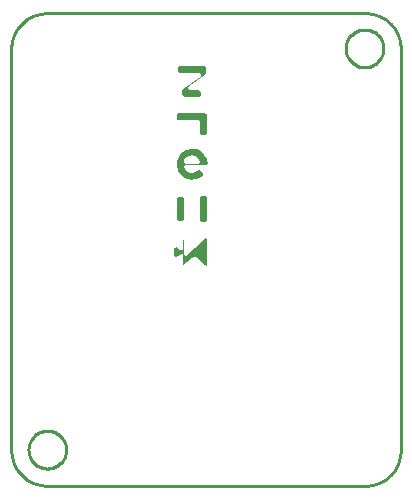
<source format=gbo>
G04 EAGLE Gerber RS-274X export*
G75*
%MOMM*%
%FSLAX34Y34*%
%LPD*%
%INSilk bottom*%
%IPPOS*%
%AMOC8*
5,1,8,0,0,1.08239X$1,22.5*%
G01*
%ADD10C,0.000000*%
%ADD11C,0.001000*%
%ADD12C,0.254000*%

G36*
X153007Y259155D02*
X153007Y259155D01*
X153009Y259152D01*
X155000Y259310D01*
X155004Y259314D01*
X155008Y259311D01*
X156951Y259773D01*
X156954Y259778D01*
X156958Y259776D01*
X158807Y260531D01*
X158810Y260536D01*
X158813Y260534D01*
X160524Y261565D01*
X160526Y261570D01*
X160530Y261569D01*
X162069Y262842D01*
X162077Y262876D01*
X162087Y262885D01*
X161906Y264610D01*
X161891Y264625D01*
X161893Y264638D01*
X160545Y266114D01*
X160536Y266115D01*
X160536Y266121D01*
X158958Y267175D01*
X158941Y267174D01*
X158937Y267180D01*
X158925Y267180D01*
X158916Y267173D01*
X158914Y267173D01*
X158905Y267176D01*
X157223Y266118D01*
X155435Y265258D01*
X153491Y264877D01*
X151516Y265020D01*
X149655Y265692D01*
X148042Y266840D01*
X146797Y268379D01*
X146020Y270183D01*
X146748Y271704D01*
X148713Y271747D01*
X164706Y271747D01*
X164722Y271759D01*
X164733Y271755D01*
X166186Y272716D01*
X166200Y272755D01*
X166207Y272763D01*
X165952Y274744D01*
X165948Y274748D01*
X165950Y274751D01*
X165405Y276673D01*
X165401Y276676D01*
X165403Y276680D01*
X164568Y278494D01*
X164563Y278497D01*
X164564Y278501D01*
X163461Y280166D01*
X163455Y280168D01*
X163456Y280172D01*
X162111Y281648D01*
X162105Y281649D01*
X162105Y281653D01*
X160550Y282906D01*
X160544Y282906D01*
X160544Y282911D01*
X158815Y283911D01*
X158809Y283910D01*
X158808Y283914D01*
X156946Y284636D01*
X156941Y284634D01*
X156939Y284638D01*
X154988Y285065D01*
X154983Y285063D01*
X154980Y285066D01*
X152987Y285190D01*
X152982Y285187D01*
X152979Y285190D01*
X150990Y285008D01*
X150986Y285004D01*
X150983Y285007D01*
X149046Y284520D01*
X149042Y284516D01*
X149039Y284518D01*
X147199Y283739D01*
X147197Y283734D01*
X147193Y283736D01*
X145494Y282685D01*
X145492Y282679D01*
X145488Y282680D01*
X143970Y281382D01*
X143969Y281377D01*
X143965Y281377D01*
X142664Y279862D01*
X142664Y279856D01*
X142660Y279855D01*
X141607Y278158D01*
X141608Y278152D01*
X141604Y278151D01*
X140825Y276312D01*
X140826Y276307D01*
X140823Y276305D01*
X140343Y274366D01*
X140345Y274361D01*
X140342Y274358D01*
X140172Y272368D01*
X140175Y272364D01*
X140172Y272361D01*
X140307Y270368D01*
X140311Y270364D01*
X140308Y270361D01*
X140746Y268412D01*
X140751Y268409D01*
X140749Y268405D01*
X141479Y266546D01*
X141484Y266543D01*
X141482Y266539D01*
X142487Y264814D01*
X142493Y264811D01*
X142492Y264807D01*
X143748Y263255D01*
X143754Y263254D01*
X143754Y263250D01*
X145233Y261907D01*
X145238Y261907D01*
X145238Y261903D01*
X146905Y260802D01*
X146911Y260802D01*
X146911Y260798D01*
X148726Y259964D01*
X148732Y259965D01*
X148733Y259961D01*
X150654Y259414D01*
X150659Y259416D01*
X150661Y259413D01*
X152643Y259165D01*
X152646Y259166D01*
X152648Y259164D01*
X153003Y259152D01*
X153007Y259155D01*
G37*
G36*
X165552Y186371D02*
X165552Y186371D01*
X165550Y186374D01*
X165553Y186375D01*
X166035Y188241D01*
X166034Y188245D01*
X166035Y188245D01*
X166032Y188250D01*
X166037Y188254D01*
X166037Y206355D01*
X166036Y206356D01*
X166037Y206357D01*
X165980Y208362D01*
X165956Y208392D01*
X165954Y208404D01*
X164361Y209279D01*
X164315Y209272D01*
X164306Y209275D01*
X162741Y208040D01*
X162740Y208038D01*
X162738Y208038D01*
X147862Y194544D01*
X146390Y195004D01*
X146351Y196977D01*
X146351Y207033D01*
X146351Y207034D01*
X146311Y209039D01*
X146301Y209052D01*
X146301Y209068D01*
X146289Y209068D01*
X146274Y209086D01*
X146252Y209068D01*
X146223Y209068D01*
X145416Y208008D01*
X145416Y207986D01*
X145406Y207979D01*
X145406Y199952D01*
X144224Y198646D01*
X142501Y199507D01*
X139203Y201803D01*
X139178Y201802D01*
X139161Y201802D01*
X139152Y201807D01*
X138165Y201295D01*
X138148Y201258D01*
X138139Y201251D01*
X138139Y195217D01*
X138149Y195203D01*
X138145Y195193D01*
X139043Y193579D01*
X139097Y193555D01*
X139099Y193558D01*
X139102Y193556D01*
X140918Y194178D01*
X140924Y194186D01*
X140930Y194184D01*
X144249Y196442D01*
X145406Y196732D01*
X145406Y186738D01*
X145413Y186729D01*
X145410Y186719D01*
X145423Y186715D01*
X145442Y186691D01*
X145462Y186706D01*
X145486Y186700D01*
X153288Y193045D01*
X154862Y194241D01*
X156566Y193583D01*
X163654Y186463D01*
X163678Y186460D01*
X163685Y186449D01*
X165502Y186338D01*
X165552Y186371D01*
G37*
G36*
X156940Y329040D02*
X156940Y329040D01*
X156941Y329040D01*
X158950Y329081D01*
X158968Y329096D01*
X158981Y329094D01*
X160435Y330357D01*
X160441Y330384D01*
X160452Y330391D01*
X160569Y332390D01*
X160562Y332400D01*
X160567Y332407D01*
X160021Y334277D01*
X159993Y334297D01*
X159989Y334310D01*
X158146Y334922D01*
X158135Y334918D01*
X158130Y334924D01*
X152100Y334924D01*
X150223Y335365D01*
X149537Y337108D01*
X150655Y338650D01*
X163803Y347920D01*
X163806Y347930D01*
X163813Y347930D01*
X165033Y349448D01*
X165033Y349459D01*
X165042Y349465D01*
X165036Y349473D01*
X165044Y349478D01*
X165085Y351487D01*
X165084Y351488D01*
X165085Y351488D01*
X165082Y353500D01*
X165070Y353515D01*
X165075Y353526D01*
X164064Y355169D01*
X164035Y355180D01*
X164028Y355192D01*
X162062Y355456D01*
X162058Y355454D01*
X162056Y355457D01*
X143948Y355457D01*
X143939Y355450D01*
X143933Y355454D01*
X142069Y354891D01*
X142049Y354863D01*
X142036Y354859D01*
X141422Y353015D01*
X141426Y353004D01*
X141420Y353000D01*
X141421Y350988D01*
X141432Y350973D01*
X141428Y350962D01*
X142420Y349308D01*
X142449Y349296D01*
X142455Y349284D01*
X144418Y349008D01*
X144422Y349011D01*
X144425Y349008D01*
X158497Y349008D01*
X160169Y348135D01*
X160303Y346265D01*
X158865Y344939D01*
X145712Y335666D01*
X145707Y335651D01*
X145697Y335649D01*
X144777Y333952D01*
X144780Y333935D01*
X144771Y333928D01*
X144771Y331916D01*
X144775Y331911D01*
X144772Y331908D01*
X145117Y329965D01*
X145140Y329943D01*
X145142Y329930D01*
X146857Y329045D01*
X146873Y329048D01*
X146880Y329040D01*
X156940Y329040D01*
X156940Y329040D01*
G37*
G36*
X163221Y296442D02*
X163221Y296442D01*
X163225Y296445D01*
X163228Y296443D01*
X165184Y296718D01*
X165212Y296746D01*
X165224Y296749D01*
X165893Y298544D01*
X165889Y298556D01*
X165896Y298562D01*
X165896Y312587D01*
X165890Y312595D01*
X165894Y312600D01*
X165350Y314484D01*
X165325Y314504D01*
X165321Y314517D01*
X163506Y315227D01*
X163493Y315223D01*
X163488Y315230D01*
X143452Y315238D01*
X143451Y315238D01*
X143450Y315238D01*
X141450Y315187D01*
X141430Y315170D01*
X141416Y315172D01*
X140089Y313833D01*
X140086Y313808D01*
X140075Y313801D01*
X139973Y311805D01*
X139981Y311794D01*
X139976Y311787D01*
X140596Y309933D01*
X140624Y309914D01*
X140629Y309902D01*
X142486Y309356D01*
X142495Y309360D01*
X142500Y309354D01*
X156522Y309354D01*
X158475Y309147D01*
X159473Y307573D01*
X159518Y305585D01*
X159518Y299575D01*
X159519Y299573D01*
X159518Y299572D01*
X159629Y297585D01*
X159649Y297562D01*
X159649Y297548D01*
X161189Y296440D01*
X161211Y296440D01*
X161218Y296430D01*
X163221Y296442D01*
G37*
G36*
X163884Y223530D02*
X163884Y223530D01*
X163893Y223526D01*
X165607Y224397D01*
X165621Y224425D01*
X165633Y224431D01*
X166036Y226342D01*
X166033Y226349D01*
X166037Y226352D01*
X166037Y242322D01*
X166031Y242330D01*
X166035Y242335D01*
X165537Y244212D01*
X165512Y244232D01*
X165508Y244245D01*
X163735Y244994D01*
X163727Y244992D01*
X163726Y244993D01*
X163719Y244993D01*
X163715Y244998D01*
X161719Y244998D01*
X161713Y244993D01*
X161710Y244993D01*
X161704Y244989D01*
X161697Y244993D01*
X159983Y244121D01*
X159969Y244093D01*
X159957Y244087D01*
X159554Y242177D01*
X159557Y242170D01*
X159553Y242166D01*
X159553Y226196D01*
X159559Y226189D01*
X159555Y226184D01*
X160054Y224306D01*
X160079Y224286D01*
X160082Y224273D01*
X161856Y223524D01*
X161869Y223528D01*
X161875Y223520D01*
X163871Y223520D01*
X163884Y223530D01*
G37*
G36*
X144304Y224201D02*
X144304Y224201D01*
X144314Y224196D01*
X146049Y225098D01*
X146063Y225126D01*
X146075Y225132D01*
X146456Y227087D01*
X146453Y227093D01*
X146457Y227096D01*
X146457Y241329D01*
X146453Y241334D01*
X146456Y241338D01*
X146108Y243303D01*
X146085Y243323D01*
X146083Y243337D01*
X144373Y244285D01*
X144362Y244284D01*
X144361Y244285D01*
X144354Y244285D01*
X144349Y244292D01*
X142316Y244292D01*
X142305Y244285D01*
X142301Y244285D01*
X142300Y244284D01*
X142293Y244287D01*
X140557Y243385D01*
X140544Y243357D01*
X140532Y243351D01*
X140151Y241396D01*
X140152Y241393D01*
X140151Y241392D01*
X140153Y241390D01*
X140150Y241387D01*
X140150Y227154D01*
X140154Y227149D01*
X140150Y227145D01*
X140499Y225181D01*
X140522Y225160D01*
X140524Y225146D01*
X142234Y224198D01*
X142251Y224200D01*
X142258Y224191D01*
X144291Y224191D01*
X144304Y224201D01*
G37*
%LPC*%
G36*
X147616Y272657D02*
X147616Y272657D01*
X146030Y273463D01*
X146392Y275340D01*
X147455Y277007D01*
X148930Y278327D01*
X150705Y279203D01*
X152650Y279568D01*
X154622Y279397D01*
X156475Y278700D01*
X158073Y277531D01*
X159297Y275976D01*
X160008Y274194D01*
X159534Y272813D01*
X157598Y272657D01*
X147617Y272657D01*
X147616Y272656D01*
X147616Y272657D01*
G37*
%LPD*%
D10*
X283050Y370160D02*
X283055Y370553D01*
X283069Y370945D01*
X283093Y371337D01*
X283127Y371728D01*
X283170Y372119D01*
X283223Y372508D01*
X283286Y372895D01*
X283357Y373281D01*
X283439Y373666D01*
X283529Y374048D01*
X283630Y374427D01*
X283739Y374805D01*
X283858Y375179D01*
X283985Y375550D01*
X284122Y375918D01*
X284268Y376283D01*
X284423Y376644D01*
X284586Y377001D01*
X284758Y377354D01*
X284939Y377702D01*
X285129Y378046D01*
X285326Y378386D01*
X285532Y378720D01*
X285746Y379049D01*
X285969Y379373D01*
X286199Y379691D01*
X286436Y380004D01*
X286682Y380310D01*
X286935Y380611D01*
X287195Y380905D01*
X287462Y381193D01*
X287736Y381474D01*
X288017Y381748D01*
X288305Y382015D01*
X288599Y382275D01*
X288900Y382528D01*
X289206Y382774D01*
X289519Y383011D01*
X289837Y383241D01*
X290161Y383464D01*
X290490Y383678D01*
X290824Y383884D01*
X291164Y384081D01*
X291508Y384271D01*
X291856Y384452D01*
X292209Y384624D01*
X292566Y384787D01*
X292927Y384942D01*
X293292Y385088D01*
X293660Y385225D01*
X294031Y385352D01*
X294405Y385471D01*
X294783Y385580D01*
X295162Y385681D01*
X295544Y385771D01*
X295929Y385853D01*
X296315Y385924D01*
X296702Y385987D01*
X297091Y386040D01*
X297482Y386083D01*
X297873Y386117D01*
X298265Y386141D01*
X298657Y386155D01*
X299050Y386160D01*
X299443Y386155D01*
X299835Y386141D01*
X300227Y386117D01*
X300618Y386083D01*
X301009Y386040D01*
X301398Y385987D01*
X301785Y385924D01*
X302171Y385853D01*
X302556Y385771D01*
X302938Y385681D01*
X303317Y385580D01*
X303695Y385471D01*
X304069Y385352D01*
X304440Y385225D01*
X304808Y385088D01*
X305173Y384942D01*
X305534Y384787D01*
X305891Y384624D01*
X306244Y384452D01*
X306592Y384271D01*
X306936Y384081D01*
X307276Y383884D01*
X307610Y383678D01*
X307939Y383464D01*
X308263Y383241D01*
X308581Y383011D01*
X308894Y382774D01*
X309200Y382528D01*
X309501Y382275D01*
X309795Y382015D01*
X310083Y381748D01*
X310364Y381474D01*
X310638Y381193D01*
X310905Y380905D01*
X311165Y380611D01*
X311418Y380310D01*
X311664Y380004D01*
X311901Y379691D01*
X312131Y379373D01*
X312354Y379049D01*
X312568Y378720D01*
X312774Y378386D01*
X312971Y378046D01*
X313161Y377702D01*
X313342Y377354D01*
X313514Y377001D01*
X313677Y376644D01*
X313832Y376283D01*
X313978Y375918D01*
X314115Y375550D01*
X314242Y375179D01*
X314361Y374805D01*
X314470Y374427D01*
X314571Y374048D01*
X314661Y373666D01*
X314743Y373281D01*
X314814Y372895D01*
X314877Y372508D01*
X314930Y372119D01*
X314973Y371728D01*
X315007Y371337D01*
X315031Y370945D01*
X315045Y370553D01*
X315050Y370160D01*
X315045Y369767D01*
X315031Y369375D01*
X315007Y368983D01*
X314973Y368592D01*
X314930Y368201D01*
X314877Y367812D01*
X314814Y367425D01*
X314743Y367039D01*
X314661Y366654D01*
X314571Y366272D01*
X314470Y365893D01*
X314361Y365515D01*
X314242Y365141D01*
X314115Y364770D01*
X313978Y364402D01*
X313832Y364037D01*
X313677Y363676D01*
X313514Y363319D01*
X313342Y362966D01*
X313161Y362618D01*
X312971Y362274D01*
X312774Y361934D01*
X312568Y361600D01*
X312354Y361271D01*
X312131Y360947D01*
X311901Y360629D01*
X311664Y360316D01*
X311418Y360010D01*
X311165Y359709D01*
X310905Y359415D01*
X310638Y359127D01*
X310364Y358846D01*
X310083Y358572D01*
X309795Y358305D01*
X309501Y358045D01*
X309200Y357792D01*
X308894Y357546D01*
X308581Y357309D01*
X308263Y357079D01*
X307939Y356856D01*
X307610Y356642D01*
X307276Y356436D01*
X306936Y356239D01*
X306592Y356049D01*
X306244Y355868D01*
X305891Y355696D01*
X305534Y355533D01*
X305173Y355378D01*
X304808Y355232D01*
X304440Y355095D01*
X304069Y354968D01*
X303695Y354849D01*
X303317Y354740D01*
X302938Y354639D01*
X302556Y354549D01*
X302171Y354467D01*
X301785Y354396D01*
X301398Y354333D01*
X301009Y354280D01*
X300618Y354237D01*
X300227Y354203D01*
X299835Y354179D01*
X299443Y354165D01*
X299050Y354160D01*
X298657Y354165D01*
X298265Y354179D01*
X297873Y354203D01*
X297482Y354237D01*
X297091Y354280D01*
X296702Y354333D01*
X296315Y354396D01*
X295929Y354467D01*
X295544Y354549D01*
X295162Y354639D01*
X294783Y354740D01*
X294405Y354849D01*
X294031Y354968D01*
X293660Y355095D01*
X293292Y355232D01*
X292927Y355378D01*
X292566Y355533D01*
X292209Y355696D01*
X291856Y355868D01*
X291508Y356049D01*
X291164Y356239D01*
X290824Y356436D01*
X290490Y356642D01*
X290161Y356856D01*
X289837Y357079D01*
X289519Y357309D01*
X289206Y357546D01*
X288900Y357792D01*
X288599Y358045D01*
X288305Y358305D01*
X288017Y358572D01*
X287736Y358846D01*
X287462Y359127D01*
X287195Y359415D01*
X286935Y359709D01*
X286682Y360010D01*
X286436Y360316D01*
X286199Y360629D01*
X285969Y360947D01*
X285746Y361271D01*
X285532Y361600D01*
X285326Y361934D01*
X285129Y362274D01*
X284939Y362618D01*
X284758Y362966D01*
X284586Y363319D01*
X284423Y363676D01*
X284268Y364037D01*
X284122Y364402D01*
X283985Y364770D01*
X283858Y365141D01*
X283739Y365515D01*
X283630Y365893D01*
X283529Y366272D01*
X283439Y366654D01*
X283357Y367039D01*
X283286Y367425D01*
X283223Y367812D01*
X283170Y368201D01*
X283127Y368592D01*
X283093Y368983D01*
X283069Y369375D01*
X283055Y369767D01*
X283050Y370160D01*
X14480Y30480D02*
X14485Y30873D01*
X14499Y31265D01*
X14523Y31657D01*
X14557Y32048D01*
X14600Y32439D01*
X14653Y32828D01*
X14716Y33215D01*
X14787Y33601D01*
X14869Y33986D01*
X14959Y34368D01*
X15060Y34747D01*
X15169Y35125D01*
X15288Y35499D01*
X15415Y35870D01*
X15552Y36238D01*
X15698Y36603D01*
X15853Y36964D01*
X16016Y37321D01*
X16188Y37674D01*
X16369Y38022D01*
X16559Y38366D01*
X16756Y38706D01*
X16962Y39040D01*
X17176Y39369D01*
X17399Y39693D01*
X17629Y40011D01*
X17866Y40324D01*
X18112Y40630D01*
X18365Y40931D01*
X18625Y41225D01*
X18892Y41513D01*
X19166Y41794D01*
X19447Y42068D01*
X19735Y42335D01*
X20029Y42595D01*
X20330Y42848D01*
X20636Y43094D01*
X20949Y43331D01*
X21267Y43561D01*
X21591Y43784D01*
X21920Y43998D01*
X22254Y44204D01*
X22594Y44401D01*
X22938Y44591D01*
X23286Y44772D01*
X23639Y44944D01*
X23996Y45107D01*
X24357Y45262D01*
X24722Y45408D01*
X25090Y45545D01*
X25461Y45672D01*
X25835Y45791D01*
X26213Y45900D01*
X26592Y46001D01*
X26974Y46091D01*
X27359Y46173D01*
X27745Y46244D01*
X28132Y46307D01*
X28521Y46360D01*
X28912Y46403D01*
X29303Y46437D01*
X29695Y46461D01*
X30087Y46475D01*
X30480Y46480D01*
X30873Y46475D01*
X31265Y46461D01*
X31657Y46437D01*
X32048Y46403D01*
X32439Y46360D01*
X32828Y46307D01*
X33215Y46244D01*
X33601Y46173D01*
X33986Y46091D01*
X34368Y46001D01*
X34747Y45900D01*
X35125Y45791D01*
X35499Y45672D01*
X35870Y45545D01*
X36238Y45408D01*
X36603Y45262D01*
X36964Y45107D01*
X37321Y44944D01*
X37674Y44772D01*
X38022Y44591D01*
X38366Y44401D01*
X38706Y44204D01*
X39040Y43998D01*
X39369Y43784D01*
X39693Y43561D01*
X40011Y43331D01*
X40324Y43094D01*
X40630Y42848D01*
X40931Y42595D01*
X41225Y42335D01*
X41513Y42068D01*
X41794Y41794D01*
X42068Y41513D01*
X42335Y41225D01*
X42595Y40931D01*
X42848Y40630D01*
X43094Y40324D01*
X43331Y40011D01*
X43561Y39693D01*
X43784Y39369D01*
X43998Y39040D01*
X44204Y38706D01*
X44401Y38366D01*
X44591Y38022D01*
X44772Y37674D01*
X44944Y37321D01*
X45107Y36964D01*
X45262Y36603D01*
X45408Y36238D01*
X45545Y35870D01*
X45672Y35499D01*
X45791Y35125D01*
X45900Y34747D01*
X46001Y34368D01*
X46091Y33986D01*
X46173Y33601D01*
X46244Y33215D01*
X46307Y32828D01*
X46360Y32439D01*
X46403Y32048D01*
X46437Y31657D01*
X46461Y31265D01*
X46475Y30873D01*
X46480Y30480D01*
X46475Y30087D01*
X46461Y29695D01*
X46437Y29303D01*
X46403Y28912D01*
X46360Y28521D01*
X46307Y28132D01*
X46244Y27745D01*
X46173Y27359D01*
X46091Y26974D01*
X46001Y26592D01*
X45900Y26213D01*
X45791Y25835D01*
X45672Y25461D01*
X45545Y25090D01*
X45408Y24722D01*
X45262Y24357D01*
X45107Y23996D01*
X44944Y23639D01*
X44772Y23286D01*
X44591Y22938D01*
X44401Y22594D01*
X44204Y22254D01*
X43998Y21920D01*
X43784Y21591D01*
X43561Y21267D01*
X43331Y20949D01*
X43094Y20636D01*
X42848Y20330D01*
X42595Y20029D01*
X42335Y19735D01*
X42068Y19447D01*
X41794Y19166D01*
X41513Y18892D01*
X41225Y18625D01*
X40931Y18365D01*
X40630Y18112D01*
X40324Y17866D01*
X40011Y17629D01*
X39693Y17399D01*
X39369Y17176D01*
X39040Y16962D01*
X38706Y16756D01*
X38366Y16559D01*
X38022Y16369D01*
X37674Y16188D01*
X37321Y16016D01*
X36964Y15853D01*
X36603Y15698D01*
X36238Y15552D01*
X35870Y15415D01*
X35499Y15288D01*
X35125Y15169D01*
X34747Y15060D01*
X34368Y14959D01*
X33986Y14869D01*
X33601Y14787D01*
X33215Y14716D01*
X32828Y14653D01*
X32439Y14600D01*
X32048Y14557D01*
X31657Y14523D01*
X31265Y14499D01*
X30873Y14485D01*
X30480Y14480D01*
X30087Y14485D01*
X29695Y14499D01*
X29303Y14523D01*
X28912Y14557D01*
X28521Y14600D01*
X28132Y14653D01*
X27745Y14716D01*
X27359Y14787D01*
X26974Y14869D01*
X26592Y14959D01*
X26213Y15060D01*
X25835Y15169D01*
X25461Y15288D01*
X25090Y15415D01*
X24722Y15552D01*
X24357Y15698D01*
X23996Y15853D01*
X23639Y16016D01*
X23286Y16188D01*
X22938Y16369D01*
X22594Y16559D01*
X22254Y16756D01*
X21920Y16962D01*
X21591Y17176D01*
X21267Y17399D01*
X20949Y17629D01*
X20636Y17866D01*
X20330Y18112D01*
X20029Y18365D01*
X19735Y18625D01*
X19447Y18892D01*
X19166Y19166D01*
X18892Y19447D01*
X18625Y19735D01*
X18365Y20029D01*
X18112Y20330D01*
X17866Y20636D01*
X17629Y20949D01*
X17399Y21267D01*
X17176Y21591D01*
X16962Y21920D01*
X16756Y22254D01*
X16559Y22594D01*
X16369Y22938D01*
X16188Y23286D01*
X16016Y23639D01*
X15853Y23996D01*
X15698Y24357D01*
X15552Y24722D01*
X15415Y25090D01*
X15288Y25461D01*
X15169Y25835D01*
X15060Y26213D01*
X14959Y26592D01*
X14869Y26974D01*
X14787Y27359D01*
X14716Y27745D01*
X14653Y28132D01*
X14600Y28521D01*
X14557Y28912D01*
X14523Y29303D01*
X14499Y29695D01*
X14485Y30087D01*
X14480Y30480D01*
D11*
X30000Y0D02*
X300000Y0D01*
X30000Y0D02*
X23954Y610D01*
X18323Y2358D01*
X13227Y5124D01*
X8787Y8787D01*
X5124Y13227D01*
X2358Y18323D01*
X610Y23954D01*
X0Y30000D01*
X0Y370000D01*
X610Y376046D01*
X2358Y381677D01*
X5124Y386773D01*
X8787Y391213D01*
X13227Y394877D01*
X18323Y397643D01*
X23954Y399391D01*
X30000Y400000D01*
X300000Y400000D01*
X306046Y399391D01*
X311677Y397643D01*
X316773Y394877D01*
X321213Y391213D01*
X324877Y386773D01*
X327643Y381677D01*
X329391Y376046D01*
X330000Y370000D01*
X330000Y30000D01*
X329391Y23954D01*
X327643Y18323D01*
X324877Y13227D01*
X321213Y8787D01*
X316773Y5124D01*
X311677Y2358D01*
X306046Y610D01*
X300000Y0D01*
D12*
X0Y30000D02*
X610Y23954D01*
X2358Y18323D01*
X5124Y13227D01*
X8787Y8787D01*
X13227Y5124D01*
X18323Y2358D01*
X23954Y610D01*
X30000Y0D01*
X300000Y0D01*
X306046Y610D01*
X311677Y2358D01*
X316773Y5124D01*
X321213Y8787D01*
X324877Y13227D01*
X327643Y18323D01*
X329391Y23954D01*
X330000Y30000D01*
X330000Y370000D01*
X329391Y376046D01*
X327643Y381677D01*
X324877Y386773D01*
X321213Y391213D01*
X316773Y394877D01*
X311677Y397643D01*
X306046Y399391D01*
X300000Y400000D01*
X30000Y400000D01*
X23954Y399391D01*
X18323Y397643D01*
X13227Y394877D01*
X8787Y391213D01*
X5124Y386773D01*
X2358Y381677D01*
X610Y376046D01*
X0Y370000D01*
X0Y30000D01*
X315050Y369636D02*
X314982Y368591D01*
X314845Y367552D01*
X314640Y366525D01*
X314369Y365513D01*
X314033Y364521D01*
X313632Y363553D01*
X313168Y362614D01*
X312645Y361706D01*
X312063Y360835D01*
X311425Y360004D01*
X310734Y359217D01*
X309993Y358476D01*
X309206Y357785D01*
X308375Y357148D01*
X307504Y356566D01*
X306596Y356042D01*
X305657Y355578D01*
X304689Y355177D01*
X303697Y354841D01*
X302685Y354570D01*
X301658Y354365D01*
X300619Y354229D01*
X299574Y354160D01*
X298526Y354160D01*
X297481Y354229D01*
X296442Y354365D01*
X295415Y354570D01*
X294403Y354841D01*
X293411Y355177D01*
X292443Y355578D01*
X291504Y356042D01*
X290596Y356566D01*
X289725Y357148D01*
X288894Y357785D01*
X288107Y358476D01*
X287366Y359217D01*
X286675Y360004D01*
X286038Y360835D01*
X285456Y361706D01*
X284932Y362614D01*
X284468Y363553D01*
X284067Y364521D01*
X283731Y365513D01*
X283460Y366525D01*
X283255Y367552D01*
X283119Y368591D01*
X283050Y369636D01*
X283050Y370684D01*
X283119Y371729D01*
X283255Y372768D01*
X283460Y373795D01*
X283731Y374807D01*
X284067Y375799D01*
X284468Y376767D01*
X284932Y377706D01*
X285456Y378614D01*
X286038Y379485D01*
X286675Y380316D01*
X287366Y381103D01*
X288107Y381844D01*
X288894Y382535D01*
X289725Y383173D01*
X290596Y383755D01*
X291504Y384278D01*
X292443Y384742D01*
X293411Y385143D01*
X294403Y385479D01*
X295415Y385750D01*
X296442Y385955D01*
X297481Y386092D01*
X298526Y386160D01*
X299574Y386160D01*
X300619Y386092D01*
X301658Y385955D01*
X302685Y385750D01*
X303697Y385479D01*
X304689Y385143D01*
X305657Y384742D01*
X306596Y384278D01*
X307504Y383755D01*
X308375Y383173D01*
X309206Y382535D01*
X309993Y381844D01*
X310734Y381103D01*
X311425Y380316D01*
X312063Y379485D01*
X312645Y378614D01*
X313168Y377706D01*
X313632Y376767D01*
X314033Y375799D01*
X314369Y374807D01*
X314640Y373795D01*
X314845Y372768D01*
X314982Y371729D01*
X315050Y370684D01*
X315050Y369636D01*
X46480Y29956D02*
X46412Y28911D01*
X46275Y27872D01*
X46070Y26845D01*
X45799Y25833D01*
X45463Y24841D01*
X45062Y23873D01*
X44598Y22934D01*
X44075Y22026D01*
X43493Y21155D01*
X42855Y20324D01*
X42164Y19537D01*
X41423Y18796D01*
X40636Y18105D01*
X39805Y17468D01*
X38934Y16886D01*
X38026Y16362D01*
X37087Y15898D01*
X36119Y15497D01*
X35127Y15161D01*
X34115Y14890D01*
X33088Y14685D01*
X32049Y14549D01*
X31004Y14480D01*
X29956Y14480D01*
X28911Y14549D01*
X27872Y14685D01*
X26845Y14890D01*
X25833Y15161D01*
X24841Y15497D01*
X23873Y15898D01*
X22934Y16362D01*
X22026Y16886D01*
X21155Y17468D01*
X20324Y18105D01*
X19537Y18796D01*
X18796Y19537D01*
X18105Y20324D01*
X17468Y21155D01*
X16886Y22026D01*
X16362Y22934D01*
X15898Y23873D01*
X15497Y24841D01*
X15161Y25833D01*
X14890Y26845D01*
X14685Y27872D01*
X14549Y28911D01*
X14480Y29956D01*
X14480Y31004D01*
X14549Y32049D01*
X14685Y33088D01*
X14890Y34115D01*
X15161Y35127D01*
X15497Y36119D01*
X15898Y37087D01*
X16362Y38026D01*
X16886Y38934D01*
X17468Y39805D01*
X18105Y40636D01*
X18796Y41423D01*
X19537Y42164D01*
X20324Y42855D01*
X21155Y43493D01*
X22026Y44075D01*
X22934Y44598D01*
X23873Y45062D01*
X24841Y45463D01*
X25833Y45799D01*
X26845Y46070D01*
X27872Y46275D01*
X28911Y46412D01*
X29956Y46480D01*
X31004Y46480D01*
X32049Y46412D01*
X33088Y46275D01*
X34115Y46070D01*
X35127Y45799D01*
X36119Y45463D01*
X37087Y45062D01*
X38026Y44598D01*
X38934Y44075D01*
X39805Y43493D01*
X40636Y42855D01*
X41423Y42164D01*
X42164Y41423D01*
X42855Y40636D01*
X43493Y39805D01*
X44075Y38934D01*
X44598Y38026D01*
X45062Y37087D01*
X45463Y36119D01*
X45799Y35127D01*
X46070Y34115D01*
X46275Y33088D01*
X46412Y32049D01*
X46480Y31004D01*
X46480Y29956D01*
M02*

</source>
